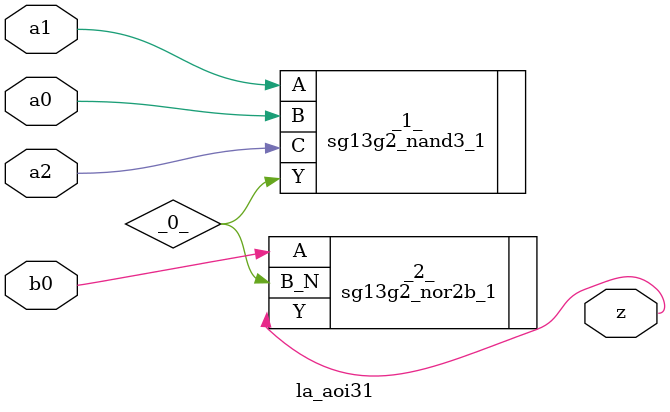
<source format=v>

/* Generated by Yosys 0.44 (git sha1 80ba43d26, g++ 11.4.0-1ubuntu1~22.04 -fPIC -O3) */

(* top =  1  *)
(* src = "generated" *)
(* keep_hierarchy *)
module la_aoi31 (
    a0,
    a1,
    a2,
    b0,
    z
);
  wire _0_;
  (* src = "generated" *)
  input a0;
  wire a0;
  (* src = "generated" *)
  input a1;
  wire a1;
  (* src = "generated" *)
  input a2;
  wire a2;
  (* src = "generated" *)
  input b0;
  wire b0;
  (* src = "generated" *)
  output z;
  wire z;
  sg13g2_nand3_1 _1_ (
      .A(a1),
      .B(a0),
      .C(a2),
      .Y(_0_)
  );
  sg13g2_nor2b_1 _2_ (
      .A  (b0),
      .B_N(_0_),
      .Y  (z)
  );
endmodule

</source>
